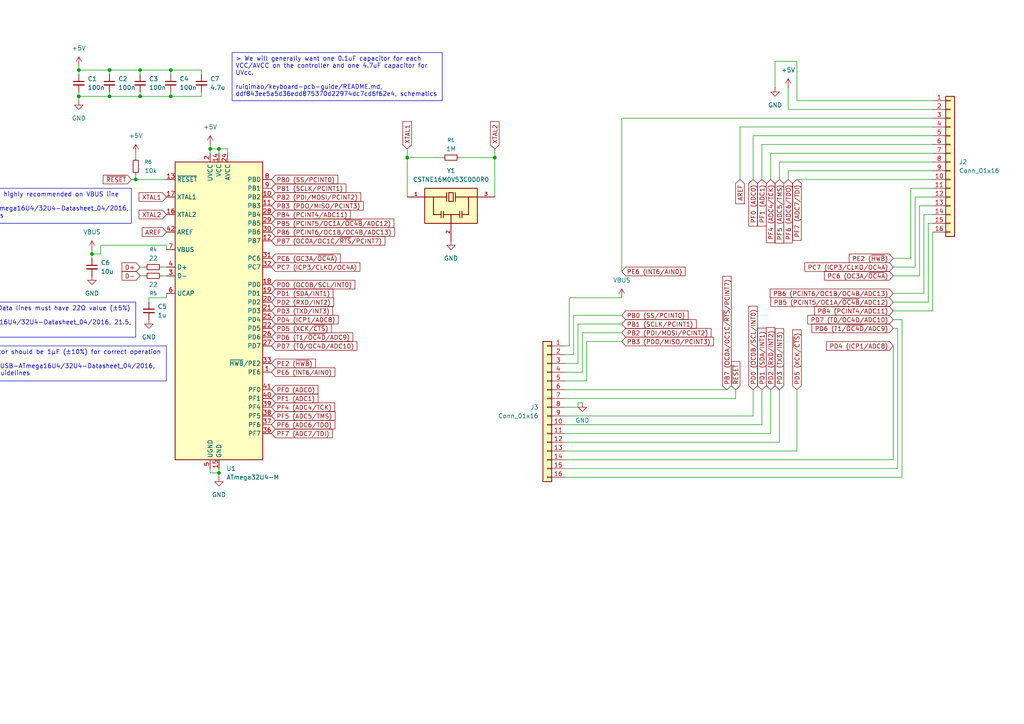
<source format=kicad_sch>
(kicad_sch (version 20250114) (generator "eeschema") (generator_version "9.0")
  (paper "A4")
  (lib_symbols
    (symbol "CSTNE16M0V53C000R0:CSTNE16M0V53C000R0" (pin_names (offset 1.016))
      (property "Reference" "Y" (at -7.62 6.35 0))
      (property "Value" "CSTNE16M0V53C000R0" (at 1.27 -6.35 0))
      (symbol "CSTNE16M0V53C000R0_0_0"
        (polyline (pts (xy -7.62 2.54) (xy -5.08 2.54)) (stroke (width 0.254)))
        (rectangle (start -7.62 -5.08) (end 7.62 5.08) (stroke (width 0.254)) (fill (type background)))
        (polyline (pts (xy -5.08 2.54) (xy -1.27 2.54)) (stroke (width 0.254)))
        (polyline (pts (xy -5.08 -2.54) (xy -5.08 2.54)) (stroke (width 0.254)))
        (polyline (pts (xy -2.8575 -1.5875) (xy -2.8575 -2.54)) (stroke (width 0.254)))
        (polyline (pts (xy -2.8575 -2.54) (xy -5.08 -2.54)) (stroke (width 0.254)))
        (polyline (pts (xy -2.8575 -2.54) (xy -2.8575 -3.4925)) (stroke (width 0.254)))
        (polyline (pts (xy -2.2225 -1.5875) (xy -2.2225 -2.54)) (stroke (width 0.254)))
        (polyline (pts (xy -2.2225 -2.54) (xy -2.2225 -3.4925)) (stroke (width 0.254)))
        (polyline (pts (xy -1.27 3.81) (xy -1.27 2.54)) (stroke (width 0.254)))
        (polyline (pts (xy -1.27 2.54) (xy -1.27 1.27)) (stroke (width 0.254)))
        (polyline (pts (xy -0.635 3.81) (xy 0.635 3.81)) (stroke (width 0.254)))
        (polyline (pts (xy -0.635 1.27) (xy -0.635 3.81)) (stroke (width 0.254)))
        (polyline (pts (xy 0 -2.54) (xy -2.2225 -2.54)) (stroke (width 0.254)))
        (polyline (pts (xy 0 -2.54) (xy 2.54 -2.54)) (stroke (width 0.254)))
        (polyline (pts (xy 0 -5.08) (xy 0 -2.54)) (stroke (width 0.254)))
        (polyline (pts (xy 0.635 3.81) (xy 0.635 1.27)) (stroke (width 0.254)))
        (polyline (pts (xy 0.635 1.27) (xy -0.635 1.27)) (stroke (width 0.254)))
        (polyline (pts (xy 1.27 3.81) (xy 1.27 2.54)) (stroke (width 0.254)))
        (polyline (pts (xy 1.27 2.54) (xy 1.27 1.27)) (stroke (width 0.254)))
        (polyline (pts (xy 1.27 2.54) (xy 5.08 2.54)) (stroke (width 0.254)))
        (polyline (pts (xy 2.54 -1.5875) (xy 2.54 -2.54)) (stroke (width 0.254)))
        (polyline (pts (xy 2.54 -2.54) (xy 2.54 -3.4925)) (stroke (width 0.254)))
        (polyline (pts (xy 3.175 -1.5875) (xy 3.175 -2.54)) (stroke (width 0.254)))
        (polyline (pts (xy 3.175 -2.54) (xy 3.175 -3.4925)) (stroke (width 0.254)))
        (polyline (pts (xy 3.175 -2.54) (xy 5.08 -2.54)) (stroke (width 0.254)))
        (polyline (pts (xy 5.08 2.54) (xy 7.62 2.54)) (stroke (width 0.254)))
        (polyline (pts (xy 5.08 -2.54) (xy 5.08 2.54)) (stroke (width 0.254)))
        (pin input line (at -12.7 2.54 0) (length 5.08) (name "~") (number "1"))
        (pin power_in line (at 0 -10.16 90) (length 5.08) (name "~") (number "2"))
        (pin output line (at 12.7 2.54 180) (length 5.08) (name "~") (number "3"))
      )
    )
    (symbol "Connector:USB_C_Receptacle_USB2.0_16P" (pin_names (offset 1.016))
      (property "Reference" "J" (at 0 22.225 0))
      (property "Value" "USB_C_Receptacle_USB2.0_16P" (at 0 19.685 0))
      (symbol "USB_C_Receptacle_USB2.0_16P_0_0"
        (rectangle (start -0.254 -17.78) (end 0.254 -16.764))
        (rectangle (start 10.16 15.494) (end 9.144 14.986))
        (rectangle (start 10.16 10.414) (end 9.144 9.906))
        (rectangle (start 10.16 7.874) (end 9.144 7.366))
        (rectangle (start 10.16 2.794) (end 9.144 2.286))
        (rectangle (start 10.16 0.254) (end 9.144 -0.254))
        (rectangle (start 10.16 -2.286) (end 9.144 -2.794))
        (rectangle (start 10.16 -4.826) (end 9.144 -5.334))
        (rectangle (start 10.16 -12.446) (end 9.144 -12.954))
        (rectangle (start 10.16 -14.986) (end 9.144 -15.494))
      )
      (symbol "USB_C_Receptacle_USB2.0_16P_0_1"
        (rectangle (start -10.16 17.78) (end 10.16 -17.78) (stroke (width 0.254)) (fill (type background)))
        (polyline (pts (xy -8.89 -3.81) (xy -8.89 3.81)) (stroke (width 0.508)))
        (rectangle (start -7.62 -3.81) (end -6.35 3.81) (stroke (width 0.254)) (fill (type outline)))
        (arc (start -7.62 3.81) (mid -6.985 4.4423) (end -6.35 3.81) (stroke (width 0.254)))
        (arc (start -7.62 3.81) (mid -6.985 4.4423) (end -6.35 3.81) (stroke (width 0.254)) (fill (type outline)))
        (arc (start -8.89 3.81) (mid -6.985 5.7067) (end -5.08 3.81) (stroke (width 0.508)))
        (arc (start -5.08 -3.81) (mid -6.985 -5.7067) (end -8.89 -3.81) (stroke (width 0.508)))
        (arc (start -6.35 -3.81) (mid -6.985 -4.4423) (end -7.62 -3.81) (stroke (width 0.254)))
        (arc (start -6.35 -3.81) (mid -6.985 -4.4423) (end -7.62 -3.81) (stroke (width 0.254)) (fill (type outline)))
        (polyline (pts (xy -5.08 3.81) (xy -5.08 -3.81)) (stroke (width 0.508)))
        (circle (center -2.54 1.143) (radius 0.635) (stroke (width 0.254)) (fill (type outline)))
        (polyline (pts (xy -1.27 4.318) (xy 0 6.858) (xy 1.27 4.318) (xy -1.27 4.318)) (stroke (width 0.254)) (fill (type outline)))
        (polyline (pts (xy 0 -2.032) (xy 2.54 0.508) (xy 2.54 1.778)) (stroke (width 0.508)))
        (polyline (pts (xy 0 -3.302) (xy -2.54 -0.762) (xy -2.54 0.508)) (stroke (width 0.508)))
        (polyline (pts (xy 0 -5.842) (xy 0 4.318)) (stroke (width 0.508)))
        (circle (center 0 -5.842) (radius 1.27) (fill (type outline)))
        (rectangle (start 1.905 1.778) (end 3.175 3.048) (stroke (width 0.254)) (fill (type outline)))
      )
      (symbol "USB_C_Receptacle_USB2.0_16P_1_1"
        (pin passive line (at -7.62 -22.86 90) (length 5.08) (name "SHIELD") (number "S1"))
        (pin passive line (at 0 -22.86 90) (length 5.08) (name "GND") (number "A1"))
        (pin passive line (at 0 -22.86 90) (length 5.08) (hide yes) (name "GND") (number "A12"))
        (pin passive line (at 0 -22.86 90) (length 5.08) (hide yes) (name "GND") (number "B1"))
        (pin passive line (at 0 -22.86 90) (length 5.08) (hide yes) (name "GND") (number "B12"))
        (pin passive line (at 15.24 15.24 180) (length 5.08) (name "VBUS") (number "A4"))
        (pin passive line (at 15.24 15.24 180) (length 5.08) (hide yes) (name "VBUS") (number "A9"))
        (pin passive line (at 15.24 15.24 180) (length 5.08) (hide yes) (name "VBUS") (number "B4"))
        (pin passive line (at 15.24 15.24 180) (length 5.08) (hide yes) (name "VBUS") (number "B9"))
        (pin bidirectional line (at 15.24 10.16 180) (length 5.08) (name "CC1") (number "A5"))
        (pin bidirectional line (at 15.24 7.62 180) (length 5.08) (name "CC2") (number "B5"))
        (pin bidirectional line (at 15.24 2.54 180) (length 5.08) (name "D-") (number "A7"))
        (pin bidirectional line (at 15.24 0 180) (length 5.08) (name "D-") (number "B7"))
        (pin bidirectional line (at 15.24 -2.54 180) (length 5.08) (name "D+") (number "A6"))
        (pin bidirectional line (at 15.24 -5.08 180) (length 5.08) (name "D+") (number "B6"))
        (pin bidirectional line (at 15.24 -12.7 180) (length 5.08) (name "SBU1") (number "A8"))
        (pin bidirectional line (at 15.24 -15.24 180) (length 5.08) (name "SBU2") (number "B8"))
      )
    )
    (symbol "Connector_Generic:Conn_01x16" (pin_names (offset 1.016) (hide yes))
      (property "Reference" "J" (at 0 20.32 0))
      (property "Value" "Conn_01x16" (at 0 -22.86 0))
      (symbol "Conn_01x16_1_1"
        (rectangle (start -1.27 19.05) (end 1.27 -21.59) (stroke (width 0.254)) (fill (type background)))
        (rectangle (start -1.27 17.907) (end 0 17.653) (stroke (width 0.1524)))
        (rectangle (start -1.27 15.367) (end 0 15.113) (stroke (width 0.1524)))
        (rectangle (start -1.27 12.827) (end 0 12.573) (stroke (width 0.1524)))
        (rectangle (start -1.27 10.287) (end 0 10.033) (stroke (width 0.1524)))
        (rectangle (start -1.27 7.747) (end 0 7.493) (stroke (width 0.1524)))
        (rectangle (start -1.27 5.207) (end 0 4.953) (stroke (width 0.1524)))
        (rectangle (start -1.27 2.667) (end 0 2.413) (stroke (width 0.1524)))
        (rectangle (start -1.27 0.127) (end 0 -0.127) (stroke (width 0.1524)))
        (rectangle (start -1.27 -2.413) (end 0 -2.667) (stroke (width 0.1524)))
        (rectangle (start -1.27 -4.953) (end 0 -5.207) (stroke (width 0.1524)))
        (rectangle (start -1.27 -7.493) (end 0 -7.747) (stroke (width 0.1524)))
        (rectangle (start -1.27 -10.033) (end 0 -10.287) (stroke (width 0.1524)))
        (rectangle (start -1.27 -12.573) (end 0 -12.827) (stroke (width 0.1524)))
        (rectangle (start -1.27 -15.113) (end 0 -15.367) (stroke (width 0.1524)))
        (rectangle (start -1.27 -17.653) (end 0 -17.907) (stroke (width 0.1524)))
        (rectangle (start -1.27 -20.193) (end 0 -20.447) (stroke (width 0.1524)))
        (pin passive line (at -5.08 17.78 0) (length 3.81) (name "Pin_1") (number "1"))
        (pin passive line (at -5.08 15.24 0) (length 3.81) (name "Pin_2") (number "2"))
        (pin passive line (at -5.08 12.7 0) (length 3.81) (name "Pin_3") (number "3"))
        (pin passive line (at -5.08 10.16 0) (length 3.81) (name "Pin_4") (number "4"))
        (pin passive line (at -5.08 7.62 0) (length 3.81) (name "Pin_5") (number "5"))
        (pin passive line (at -5.08 5.08 0) (length 3.81) (name "Pin_6") (number "6"))
        (pin passive line (at -5.08 2.54 0) (length 3.81) (name "Pin_7") (number "7"))
        (pin passive line (at -5.08 0 0) (length 3.81) (name "Pin_8") (number "8"))
        (pin passive line (at -5.08 -2.54 0) (length 3.81) (name "Pin_9") (number "9"))
        (pin passive line (at -5.08 -5.08 0) (length 3.81) (name "Pin_10") (number "10"))
        (pin passive line (at -5.08 -7.62 0) (length 3.81) (name "Pin_11") (number "11"))
        (pin passive line (at -5.08 -10.16 0) (length 3.81) (name "Pin_12") (number "12"))
        (pin passive line (at -5.08 -12.7 0) (length 3.81) (name "Pin_13") (number "13"))
        (pin passive line (at -5.08 -15.24 0) (length 3.81) (name "Pin_14") (number "14"))
        (pin passive line (at -5.08 -17.78 0) (length 3.81) (name "Pin_15") (number "15"))
        (pin passive line (at -5.08 -20.32 0) (length 3.81) (name "Pin_16") (number "16"))
      )
    )
    (symbol "Device:C_Small" (pin_numbers (hide yes)) (pin_names (offset 0.254) (hide yes))
      (property "Reference" "C" (at 0.254 1.778 0))
      (property "Value" "C_Small" (at 0.254 -2.032 0))
      (symbol "C_Small_0_1"
        (polyline (pts (xy -1.524 0.508) (xy 1.524 0.508)) (stroke (width 0.3048)))
        (polyline (pts (xy -1.524 -0.508) (xy 1.524 -0.508)) (stroke (width 0.3302)))
      )
      (symbol "C_Small_1_1"
        (pin passive line (at 0 2.54 270) (length 2.032) (name "~") (number "1"))
        (pin passive line (at 0 -2.54 90) (length 2.032) (name "~") (number "2"))
      )
    )
    (symbol "Device:R_Small" (pin_numbers (hide yes)) (pin_names (offset 0.254) (hide yes))
      (property "Reference" "R" (at 0 0 90))
      (property "Value" "R_Small" (at 1.778 0 90))
      (symbol "R_Small_0_1"
        (rectangle (start -0.762 1.778) (end 0.762 -1.778) (stroke (width 0.2032)))
      )
      (symbol "R_Small_1_1"
        (pin passive line (at 0 2.54 270) (length 0.762) (name "~") (number "1"))
        (pin passive line (at 0 -2.54 90) (length 0.762) (name "~") (number "2"))
      )
    )
    (symbol "MCU_Microchip_ATmega:ATmega32U4-M"
      (property "Reference" "U" (at -12.7 44.45 0))
      (property "Value" "ATmega32U4-M" (at 2.54 -44.45 0))
      (symbol "ATmega32U4-M_0_1"
        (rectangle (start -12.7 -43.18) (end 12.7 43.18) (stroke (width 0.254)) (fill (type background)))
      )
      (symbol "ATmega32U4-M_1_1"
        (pin input line (at -15.24 38.1 0) (length 2.54) (name "~{RESET}") (number "13"))
        (pin input line (at -15.24 33.02 0) (length 2.54) (name "XTAL1") (number "17"))
        (pin output line (at -15.24 27.94 0) (length 2.54) (name "XTAL2") (number "16"))
        (pin passive line (at -15.24 22.86 0) (length 2.54) (name "AREF") (number "42"))
        (pin input line (at -15.24 17.78 0) (length 2.54) (name "VBUS") (number "7"))
        (pin bidirectional line (at -15.24 12.7 0) (length 2.54) (name "D+") (number "4"))
        (pin bidirectional line (at -15.24 10.16 0) (length 2.54) (name "D-") (number "3"))
        (pin passive line (at -15.24 5.08 0) (length 2.54) (name "UCAP") (number "6"))
        (pin power_in line (at -2.54 45.72 270) (length 2.54) (name "UVCC") (number "2"))
        (pin passive line (at -2.54 -45.72 90) (length 2.54) (name "UGND") (number "5"))
        (pin power_in line (at 0 45.72 270) (length 2.54) (name "VCC") (number "14"))
        (pin passive line (at 0 45.72 270) (length 2.54) (hide yes) (name "VCC") (number "34"))
        (pin power_in line (at 0 -45.72 90) (length 2.54) (name "GND") (number "15"))
        (pin passive line (at 0 -45.72 90) (length 2.54) (hide yes) (name "GND") (number "23"))
        (pin passive line (at 0 -45.72 90) (length 2.54) (hide yes) (name "GND") (number "35"))
        (pin passive line (at 0 -45.72 90) (length 2.54) (hide yes) (name "GND") (number "43"))
        (pin passive line (at 0 -45.72 90) (length 2.54) (hide yes) (name "GND") (number "45"))
        (pin power_in line (at 2.54 45.72 270) (length 2.54) (name "AVCC") (number "24"))
        (pin passive line (at 2.54 45.72 270) (length 2.54) (hide yes) (name "AVCC") (number "44"))
        (pin bidirectional line (at 15.24 38.1 180) (length 2.54) (name "PB0") (number "8"))
        (pin bidirectional line (at 15.24 35.56 180) (length 2.54) (name "PB1") (number "9"))
        (pin bidirectional line (at 15.24 33.02 180) (length 2.54) (name "PB2") (number "10"))
        (pin bidirectional line (at 15.24 30.48 180) (length 2.54) (name "PB3") (number "11"))
        (pin bidirectional line (at 15.24 27.94 180) (length 2.54) (name "PB4") (number "28"))
        (pin bidirectional line (at 15.24 25.4 180) (length 2.54) (name "PB5") (number "29"))
        (pin bidirectional line (at 15.24 22.86 180) (length 2.54) (name "PB6") (number "30"))
        (pin bidirectional line (at 15.24 20.32 180) (length 2.54) (name "PB7") (number "12"))
        (pin bidirectional line (at 15.24 15.24 180) (length 2.54) (name "PC6") (number "31"))
        (pin bidirectional line (at 15.24 12.7 180) (length 2.54) (name "PC7") (number "32"))
        (pin bidirectional line (at 15.24 7.62 180) (length 2.54) (name "PD0") (number "18"))
        (pin bidirectional line (at 15.24 5.08 180) (length 2.54) (name "PD1") (number "19"))
        (pin bidirectional line (at 15.24 2.54 180) (length 2.54) (name "PD2") (number "20"))
        (pin bidirectional line (at 15.24 0 180) (length 2.54) (name "PD3") (number "21"))
        (pin bidirectional line (at 15.24 -2.54 180) (length 2.54) (name "PD4") (number "25"))
        (pin bidirectional line (at 15.24 -5.08 180) (length 2.54) (name "PD5") (number "22"))
        (pin bidirectional line (at 15.24 -7.62 180) (length 2.54) (name "PD6") (number "26"))
        (pin bidirectional line (at 15.24 -10.16 180) (length 2.54) (name "PD7") (number "27"))
        (pin bidirectional line (at 15.24 -15.24 180) (length 2.54) (name "~{HWB}/PE2") (number "33"))
        (pin bidirectional line (at 15.24 -17.78 180) (length 2.54) (name "PE6") (number "1"))
        (pin bidirectional line (at 15.24 -22.86 180) (length 2.54) (name "PF0") (number "41"))
        (pin bidirectional line (at 15.24 -25.4 180) (length 2.54) (name "PF1") (number "40"))
        (pin bidirectional line (at 15.24 -27.94 180) (length 2.54) (name "PF4") (number "39"))
        (pin bidirectional line (at 15.24 -30.48 180) (length 2.54) (name "PF5") (number "38"))
        (pin bidirectional line (at 15.24 -33.02 180) (length 2.54) (name "PF6") (number "37"))
        (pin bidirectional line (at 15.24 -35.56 180) (length 2.54) (name "PF7") (number "36"))
      )
    )
    (symbol "power:+5V" (power) (pin_numbers (hide yes)) (pin_names (offset 0) (hide yes))
      (property "Value" "+5V" (at 0 3.556 0))
      (symbol "+5V_0_1"
        (polyline (pts (xy -0.762 1.27) (xy 0 2.54)))
        (polyline (pts (xy 0 2.54) (xy 0.762 1.27)))
        (polyline (pts (xy 0 0) (xy 0 2.54)))
      )
      (symbol "+5V_1_1"
        (pin power_in line (at 0 0 90) (length 0) (name "~") (number "1"))
      )
    )
    (symbol "power:GND" (power) (pin_numbers (hide yes)) (pin_names (offset 0) (hide yes))
      (property "Value" "GND" (at 0 -3.81 0))
      (symbol "GND_0_1"
        (polyline (pts (xy 0 0) (xy 0 -1.27) (xy 1.27 -1.27) (xy 0 -2.54) (xy -1.27 -1.27) (xy 0 -1.27)))
      )
      (symbol "GND_1_1"
        (pin power_in line (at 0 0 270) (length 0) (name "~") (number "1"))
      )
    )
    (symbol "power:VBUS" (power) (pin_numbers (hide yes)) (pin_names (offset 0) (hide yes))
      (property "Value" "VBUS" (at 0 3.556 0))
      (symbol "VBUS_0_1"
        (polyline (pts (xy -0.762 1.27) (xy 0 2.54)))
        (polyline (pts (xy 0 2.54) (xy 0.762 1.27)))
        (polyline (pts (xy 0 0) (xy 0 2.54)))
      )
      (symbol "VBUS_1_1"
        (pin power_in line (at 0 0 90) (length 0) (name "~") (number "1"))
      )
    )
  )
  (text_box "> A 10µF capacitor is highly recommended on VBUS line\n\nAtmel-7766J-USB-ATmega16U4/32U4-Datasheet_04/2016, 21.5, Design Guidelines" (at -22.86 54.61 0) (size 60.96 10.16) (margins 0.9525 0.9525 0.9525 0.9525) (effects (font (size 1.27 1.27)) (justify left top)))
  (text_box "> U_{cap} capacitor should be 1µF (±10%) for correct operation\n\nAtmel-7766J-USB-ATmega16U4/32U4-Datasheet_04/2016, 21.5, Design Guidelines" (at -15.24 100.33 0) (size 63.5 10.16) (margins 0.9525 0.9525 0.9525 0.9525) (effects (font (size 1.27 1.27)) (justify left top)))
  (text_box "> Serial resistors on USB Data lines must have 22Ω value (±5%)\n\nAtmel-7766J-USB-ATmega16U4/32U4-Datasheet_04/2016, 21.5, Design Guidelines" (at -27.94 87.63 0) (size 67.31 10.16) (margins 0.9525 0.9525 0.9525 0.9525) (effects (font (size 1.27 1.27)) (justify left top)))
  (text_box "> We will generally want one 0.1uF capacitor for each VCC/AVCC on the controller and one 4.7uF capacitor for UVcc.\n\nruiqimao/keyboard-pcb-guide/README.md, ddf843ee5a5d36edd875370d22974dc7cd6f62e4, schematics" (at 67.31 15.24 0) (size 60.96 13.97) (margins 0.9525 0.9525 0.9525 0.9525) (effects (font (size 1.27 1.27)) (justify left top)))
  (junction (at 49.53 20.32))
  (junction (at 22.86 20.32))
  (junction (at 118.11 45.72))
  (junction (at 31.75 27.94))
  (junction (at 40.64 20.32))
  (junction (at 49.53 27.94))
  (junction (at 143.51 45.72))
  (junction (at 60.96 43.18))
  (junction (at 39.37 52.07))
  (junction (at -48.26 104.14))
  (junction (at 22.86 27.94))
  (junction (at 40.64 27.94))
  (junction (at -22.86 72.39))
  (junction (at 63.5 43.18))
  (junction (at 26.67 73.66))
  (junction (at 31.75 20.32))
  (junction (at 63.5 137.16))
  (no_connect (at -33.02 92.71))
  (no_connect (at -33.02 95.25))
  (wire (pts (xy 163.83 113.03) (xy 210.82 113.03)))
  (wire (pts (xy 220.98 113.03) (xy 220.98 123.19)))
  (wire (pts (xy -25.4 69.85) (xy -22.86 69.85)))
  (wire (pts (xy 223.52 52.07) (xy 223.52 44.45)))
  (wire (pts (xy 218.44 39.37) (xy 270.51 39.37)))
  (wire (pts (xy 214.63 36.83) (xy 270.51 36.83)))
  (wire (pts (xy 163.83 115.57) (xy 213.36 115.57)))
  (wire (pts (xy -33.02 85.09) (xy -31.75 85.09)))
  (wire (pts (xy 143.51 43.18) (xy 143.51 45.72)))
  (wire (pts (xy 163.83 120.65) (xy 218.44 120.65)))
  (wire (pts (xy -30.48 62.23) (xy -30.48 64.77)))
  (wire (pts (xy 231.14 17.78) (xy 224.79 17.78)))
  (wire (pts (xy 259.08 77.47) (xy 265.43 77.47)))
  (wire (pts (xy 143.51 45.72) (xy 143.51 57.15)))
  (wire (pts (xy 58.42 21.59) (xy 58.42 20.32)))
  (wire (pts (xy 231.14 52.07) (xy 270.51 52.07)))
  (wire (pts (xy 167.64 93.98) (xy 167.64 105.41)))
  (wire (pts (xy 264.16 54.61) (xy 264.16 74.93)))
  (wire (pts (xy 163.83 133.35) (xy 259.08 133.35)))
  (wire (pts (xy 165.1 86.36) (xy 165.1 100.33)))
  (wire (pts (xy -30.48 64.77) (xy -33.02 64.77)))
  (wire (pts (xy -33.02 77.47) (xy -31.75 77.47)))
  (wire (pts (xy 40.64 20.32) (xy 40.64 21.59)))
  (wire (pts (xy 270.51 57.15) (xy 265.43 57.15)))
  (wire (pts (xy -31.75 77.47) (xy -31.75 80.01)))
  (wire (pts (xy 46.99 80.01) (xy 48.26 80.01)))
  (wire (pts (xy 218.44 113.03) (xy 218.44 120.65)))
  (wire (pts (xy 270.51 64.77) (xy 269.24 64.77)))
  (wire (pts (xy 259.08 95.25) (xy 260.35 95.25)))
  (wire (pts (xy 49.53 26.67) (xy 49.53 27.94)))
  (wire (pts (xy 167.64 105.41) (xy 163.83 105.41)))
  (wire (pts (xy 259.08 92.71) (xy 261.62 92.71)))
  (wire (pts (xy 261.62 138.43) (xy 163.83 138.43)))
  (wire (pts (xy 259.08 85.09) (xy 267.97 85.09)))
  (wire (pts (xy 259.08 90.17) (xy 270.51 90.17)))
  (wire (pts (xy 66.04 43.18) (xy 63.5 43.18)))
  (wire (pts (xy 223.52 113.03) (xy 223.52 125.73)))
  (wire (pts (xy 29.21 71.12) (xy 29.21 73.66)))
  (wire (pts (xy 40.64 27.94) (xy 31.75 27.94)))
  (wire (pts (xy 22.86 20.32) (xy 22.86 21.59)))
  (wire (pts (xy 48.26 71.12) (xy 48.26 72.39)))
  (wire (pts (xy 39.37 52.07) (xy 48.26 52.07)))
  (wire (pts (xy 118.11 43.18) (xy 118.11 45.72)))
  (wire (pts (xy 40.64 26.67) (xy 40.64 27.94)))
  (wire (pts (xy 264.16 74.93) (xy 259.08 74.93)))
  (wire (pts (xy 63.5 137.16) (xy 63.5 138.43)))
  (wire (pts (xy 270.51 67.31) (xy 270.51 90.17)))
  (wire (pts (xy 43.18 86.36) (xy 43.18 87.63)))
  (wire (pts (xy 168.91 96.52) (xy 168.91 107.95)))
  (wire (pts (xy 163.83 123.19) (xy 220.98 123.19)))
  (wire (pts (xy 228.6 25.4) (xy 228.6 31.75)))
  (wire (pts (xy 40.64 77.47) (xy 41.91 77.47)))
  (wire (pts (xy 26.67 73.66) (xy 26.67 74.93)))
  (wire (pts (xy 60.96 135.89) (xy 60.96 137.16)))
  (wire (pts (xy 226.06 113.03) (xy 226.06 128.27)))
  (wire (pts (xy 63.5 135.89) (xy 63.5 137.16)))
  (wire (pts (xy 66.04 44.45) (xy 66.04 43.18)))
  (wire (pts (xy 58.42 27.94) (xy 49.53 27.94)))
  (wire (pts (xy 31.75 20.32) (xy 31.75 21.59)))
  (wire (pts (xy 226.06 52.07) (xy 226.06 46.99)))
  (wire (pts (xy -22.86 69.85) (xy -22.86 72.39)))
  (wire (pts (xy -25.4 72.39) (xy -22.86 72.39)))
  (wire (pts (xy 22.86 19.05) (xy 22.86 20.32)))
  (wire (pts (xy 214.63 36.83) (xy 214.63 52.07)))
  (wire (pts (xy 58.42 20.32) (xy 49.53 20.32)))
  (wire (pts (xy 163.83 128.27) (xy 226.06 128.27)))
  (wire (pts (xy 228.6 31.75) (xy 270.51 31.75)))
  (wire (pts (xy 31.75 27.94) (xy 22.86 27.94)))
  (wire (pts (xy 38.1 52.07) (xy 39.37 52.07)))
  (wire (pts (xy 60.96 137.16) (xy 63.5 137.16)))
  (wire (pts (xy 63.5 44.45) (xy 63.5 43.18)))
  (wire (pts (xy -33.02 72.39) (xy -30.48 72.39)))
  (wire (pts (xy 180.34 34.29) (xy 180.34 78.74)))
  (wire (pts (xy -33.02 82.55) (xy -31.75 82.55)))
  (wire (pts (xy 224.79 17.78) (xy 224.79 25.4)))
  (wire (pts (xy 231.14 29.21) (xy 231.14 17.78)))
  (wire (pts (xy -55.88 104.14) (xy -48.26 104.14)))
  (wire (pts (xy 163.83 130.81) (xy 231.14 130.81)))
  (wire (pts (xy 48.26 71.12) (xy 29.21 71.12)))
  (wire (pts (xy -31.75 82.55) (xy -31.75 85.09)))
  (wire (pts (xy 60.96 43.18) (xy 60.96 44.45)))
  (wire (pts (xy 118.11 45.72) (xy 128.27 45.72)))
  (wire (pts (xy 180.34 91.44) (xy 166.37 91.44)))
  (wire (pts (xy 167.64 116.84) (xy 168.91 116.84)))
  (wire (pts (xy 180.34 86.36) (xy 165.1 86.36)))
  (wire (pts (xy 269.24 64.77) (xy 269.24 87.63)))
  (wire (pts (xy 166.37 102.87) (xy 163.83 102.87)))
  (wire (pts (xy 213.36 113.03) (xy 213.36 115.57)))
  (wire (pts (xy 29.21 73.66) (xy 26.67 73.66)))
  (wire (pts (xy 266.7 59.69) (xy 266.7 80.01)))
  (wire (pts (xy -33.02 69.85) (xy -30.48 69.85)))
  (wire (pts (xy 260.35 95.25) (xy 260.35 135.89)))
  (wire (pts (xy 63.5 43.18) (xy 60.96 43.18)))
  (wire (pts (xy 267.97 62.23) (xy 267.97 85.09)))
  (wire (pts (xy 60.96 41.91) (xy 60.96 43.18)))
  (wire (pts (xy 31.75 20.32) (xy 22.86 20.32)))
  (wire (pts (xy 167.64 118.11) (xy 167.64 116.84)))
  (wire (pts (xy 259.08 80.01) (xy 266.7 80.01)))
  (wire (pts (xy 39.37 44.45) (xy 39.37 45.72)))
  (wire (pts (xy 180.34 99.06) (xy 170.18 99.06)))
  (wire (pts (xy 48.26 86.36) (xy 43.18 86.36)))
  (wire (pts (xy 49.53 27.94) (xy 40.64 27.94)))
  (wire (pts (xy 170.18 110.49) (xy 163.83 110.49)))
  (wire (pts (xy 180.34 34.29) (xy 270.51 34.29)))
  (wire (pts (xy 259.08 100.33) (xy 259.08 133.35)))
  (wire (pts (xy 133.35 45.72) (xy 143.51 45.72)))
  (wire (pts (xy 180.34 93.98) (xy 167.64 93.98)))
  (wire (pts (xy 40.64 80.01) (xy 41.91 80.01)))
  (wire (pts (xy 22.86 29.21) (xy 22.86 27.94)))
  (wire (pts (xy -55.88 102.87) (xy -55.88 104.14)))
  (wire (pts (xy 270.51 29.21) (xy 231.14 29.21)))
  (wire (pts (xy 226.06 46.99) (xy 270.51 46.99)))
  (wire (pts (xy 261.62 92.71) (xy 261.62 138.43)))
  (wire (pts (xy 166.37 91.44) (xy 166.37 102.87)))
  (wire (pts (xy 46.99 77.47) (xy 48.26 77.47)))
  (wire (pts (xy 220.98 52.07) (xy 220.98 41.91)))
  (wire (pts (xy 270.51 59.69) (xy 266.7 59.69)))
  (wire (pts (xy -22.86 73.66) (xy -22.86 72.39)))
  (wire (pts (xy 49.53 20.32) (xy 40.64 20.32)))
  (wire (pts (xy -48.26 102.87) (xy -48.26 104.14)))
  (wire (pts (xy 180.34 96.52) (xy 168.91 96.52)))
  (wire (pts (xy 228.6 49.53) (xy 270.51 49.53)))
  (wire (pts (xy 163.83 135.89) (xy 260.35 135.89)))
  (wire (pts (xy 228.6 49.53) (xy 228.6 52.07)))
  (wire (pts (xy 31.75 26.67) (xy 31.75 27.94)))
  (wire (pts (xy 259.08 87.63) (xy 269.24 87.63)))
  (wire (pts (xy -48.26 104.14) (xy -48.26 105.41)))
  (wire (pts (xy 220.98 41.91) (xy 270.51 41.91)))
  (wire (pts (xy 270.51 54.61) (xy 264.16 54.61)))
  (wire (pts (xy 165.1 100.33) (xy 163.83 100.33)))
  (wire (pts (xy 26.67 72.39) (xy 26.67 73.66)))
  (wire (pts (xy 170.18 99.06) (xy 170.18 110.49)))
  (wire (pts (xy -33.02 80.01) (xy -31.75 80.01)))
  (wire (pts (xy 265.43 57.15) (xy 265.43 77.47)))
  (wire (pts (xy 223.52 44.45) (xy 270.51 44.45)))
  (wire (pts (xy 49.53 20.32) (xy 49.53 21.59)))
  (wire (pts (xy 218.44 52.07) (xy 218.44 39.37)))
  (wire (pts (xy 58.42 26.67) (xy 58.42 27.94)))
  (wire (pts (xy 39.37 50.8) (xy 39.37 52.07)))
  (wire (pts (xy 163.83 125.73) (xy 223.52 125.73)))
  (wire (pts (xy 163.83 118.11) (xy 167.64 118.11)))
  (wire (pts (xy 22.86 27.94) (xy 22.86 26.67)))
  (wire (pts (xy 231.14 113.03) (xy 231.14 130.81)))
  (wire (pts (xy 270.51 62.23) (xy 267.97 62.23)))
  (wire (pts (xy 40.64 20.32) (xy 31.75 20.32)))
  (wire (pts (xy 168.91 107.95) (xy 163.83 107.95)))
  (wire (pts (xy 48.26 86.36) (xy 48.26 85.09)))
  (wire (pts (xy 118.11 45.72) (xy 118.11 57.15)))
  (global_label "PB4 (PCINT4{slash}ADC11)" (shape input) (at 78.74 62.23 0) (property "Intersheetrefs" "${INTERSHEET_REFS}" (effects (hide yes))))
  (global_label "PE6 (INT6{slash}AIN0)" (shape input) (at 78.74 107.95 0) (property "Intersheetrefs" "${INTERSHEET_REFS}" (effects (hide yes))))
  (global_label "PF5 (ADC5{slash}TMS)" (shape input) (at 78.74 120.65 0) (property "Intersheetrefs" "${INTERSHEET_REFS}" (effects (hide yes))))
  (global_label "~{RESET}" (shape input) (at 38.1 52.07 180) (property "Intersheetrefs" "${INTERSHEET_REFS}" (effects (hide yes))))
  (global_label "PD5 (XCK{slash}~{CTS})" (shape input) (at 78.74 95.25 0) (property "Intersheetrefs" "${INTERSHEET_REFS}" (effects (hide yes))))
  (global_label "PD1 (SDA{slash}INT1)" (shape input) (at 78.74 85.09 0) (property "Intersheetrefs" "${INTERSHEET_REFS}" (effects (hide yes))))
  (global_label "PF7 (ADC7{slash}TDI)" (shape input) (at 231.14 52.07 270) (property "Intersheetrefs" "${INTERSHEET_REFS}" (effects (hide yes))))
  (global_label "PB7 (OC0A{slash}OC1C{slash}~{RTS}{slash}PCINT7)" (shape input) (at 210.82 113.03 90) (property "Intersheetrefs" "${INTERSHEET_REFS}" (effects (hide yes))))
  (global_label "PB2 (PDI{slash}MOSI{slash}PCINT2)" (shape input) (at 78.74 57.15 0) (property "Intersheetrefs" "${INTERSHEET_REFS}" (effects (hide yes))))
  (global_label "PD2 (RXD{slash}INT2)" (shape input) (at 78.74 87.63 0) (property "Intersheetrefs" "${INTERSHEET_REFS}" (effects (hide yes))))
  (global_label "PB5 (PCINT5{slash}OC1A{slash}~{OC4B}{slash}ADC12)" (shape input) (at 259.08 87.63 180) (property "Intersheetrefs" "${INTERSHEET_REFS}" (effects (hide yes))))
  (global_label "PB2 (PDI{slash}MOSI{slash}PCINT2)" (shape input) (at 180.34 96.52 0) (property "Intersheetrefs" "${INTERSHEET_REFS}" (effects (hide yes))))
  (global_label "PB3 (PDO{slash}MISO{slash}PCINT3)" (shape input) (at 78.74 59.69 0) (property "Intersheetrefs" "${INTERSHEET_REFS}" (effects (hide yes))))
  (global_label "PC6 (OC3A{slash}~{OC4A})" (shape input) (at 259.08 80.01 180) (property "Intersheetrefs" "${INTERSHEET_REFS}" (effects (hide yes))))
  (global_label "PB5 (PCINT5{slash}OC1A{slash}~{OC4B}{slash}ADC12)" (shape input) (at 78.74 64.77 0) (property "Intersheetrefs" "${INTERSHEET_REFS}" (effects (hide yes))))
  (global_label "D-" (shape input) (at 40.64 80.01 180) (property "Intersheetrefs" "${INTERSHEET_REFS}" (effects (hide yes))))
  (global_label "XTAL2" (shape input) (at 48.26 62.23 180) (property "Intersheetrefs" "${INTERSHEET_REFS}" (effects (hide yes))))
  (global_label "PD7 (T0{slash}OC4D{slash}ADC10)" (shape input) (at 78.74 100.33 0) (property "Intersheetrefs" "${INTERSHEET_REFS}" (effects (hide yes))))
  (global_label "PD6 (T1{slash}~{OC4D}{slash}ADC9)" (shape input) (at 259.08 95.25 180) (property "Intersheetrefs" "${INTERSHEET_REFS}" (effects (hide yes))))
  (global_label "PF1 (ADC1)" (shape input) (at 78.74 115.57 0) (property "Intersheetrefs" "${INTERSHEET_REFS}" (effects (hide yes))))
  (global_label "PE2 (~{HWB})" (shape input) (at 259.08 74.93 180) (property "Intersheetrefs" "${INTERSHEET_REFS}" (effects (hide yes))))
  (global_label "PF0 (ADC0)" (shape input) (at 78.74 113.03 0) (property "Intersheetrefs" "${INTERSHEET_REFS}" (effects (hide yes))))
  (global_label "D+" (shape input) (at -31.75 83.82 0) (property "Intersheetrefs" "${INTERSHEET_REFS}" (effects (hide yes))))
  (global_label "PD5 (XCK{slash}~{CTS})" (shape input) (at 231.14 113.03 90) (property "Intersheetrefs" "${INTERSHEET_REFS}" (effects (hide yes))))
  (global_label "PF5 (ADC5{slash}TMS)" (shape input) (at 226.06 52.07 270) (property "Intersheetrefs" "${INTERSHEET_REFS}" (effects (hide yes))))
  (global_label "PF6 (ADC6{slash}TDO)" (shape input) (at 78.74 123.19 0) (property "Intersheetrefs" "${INTERSHEET_REFS}" (effects (hide yes))))
  (global_label "PD4 (ICP1{slash}ADC8)" (shape input) (at 259.08 100.33 180) (property "Intersheetrefs" "${INTERSHEET_REFS}" (effects (hide yes))))
  (global_label "PF7 (ADC7{slash}TDI)" (shape input) (at 78.74 125.73 0) (property "Intersheetrefs" "${INTERSHEET_REFS}" (effects (hide yes))))
  (global_label "~{RESET}" (shape input) (at 213.36 113.03 90) (property "Intersheetrefs" "${INTERSHEET_REFS}" (effects (hide yes))))
  (global_label "D-" (shape input) (at -31.75 80.01 0) (property "Intersheetrefs" "${INTERSHEET_REFS}" (effects (hide yes))))
  (global_label "PB7 (OC0A{slash}OC1C{slash}~{RTS}{slash}PCINT7)" (shape input) (at 78.74 69.85 0) (property "Intersheetrefs" "${INTERSHEET_REFS}" (effects (hide yes))))
  (global_label "PE2 (~{HWB})" (shape input) (at 78.74 105.41 0) (property "Intersheetrefs" "${INTERSHEET_REFS}" (effects (hide yes))))
  (global_label "PD0 (OC0B{slash}SCL{slash}INT0)" (shape input) (at 78.74 82.55 0) (property "Intersheetrefs" "${INTERSHEET_REFS}" (effects (hide yes))))
  (global_label "PB6 (PCINT6{slash}OC1B{slash}OC4B{slash}ADC13)" (shape input) (at 259.08 85.09 180) (property "Intersheetrefs" "${INTERSHEET_REFS}" (effects (hide yes))))
  (global_label "PB4 (PCINT4{slash}ADC11)" (shape input) (at 259.08 90.17 180) (property "Intersheetrefs" "${INTERSHEET_REFS}" (effects (hide yes))))
  (global_label "PD3 (TXD{slash}INT3)" (shape input) (at 226.06 113.03 90) (property "Intersheetrefs" "${INTERSHEET_REFS}" (effects (hide yes))))
  (global_label "PD1 (SDA{slash}INT1)" (shape input) (at 220.98 113.03 90) (property "Intersheetrefs" "${INTERSHEET_REFS}" (effects (hide yes))))
  (global_label "PD2 (RXD{slash}INT2)" (shape input) (at 223.52 113.03 90) (property "Intersheetrefs" "${INTERSHEET_REFS}" (effects (hide yes))))
  (global_label "XTAL1" (shape input) (at 48.26 57.15 180) (property "Intersheetrefs" "${INTERSHEET_REFS}" (effects (hide yes))))
  (global_label "AREF" (shape input) (at 48.26 67.31 180) (property "Intersheetrefs" "${INTERSHEET_REFS}" (effects (hide yes))))
  (global_label "PB0 (SS{slash}PCINT0)" (shape input) (at 180.34 91.44 0) (property "Intersheetrefs" "${INTERSHEET_REFS}" (effects (hide yes))))
  (global_label "PF1 (ADC1)" (shape input) (at 220.98 52.07 270) (property "Intersheetrefs" "${INTERSHEET_REFS}" (effects (hide yes))))
  (global_label "PD7 (T0{slash}OC4D{slash}ADC10)" (shape input) (at 259.08 92.71 180) (property "Intersheetrefs" "${INTERSHEET_REFS}" (effects (hide yes))))
  (global_label "PB6 (PCINT6{slash}OC1B{slash}OC4B{slash}ADC13)" (shape input) (at 78.74 67.31 0) (property "Intersheetrefs" "${INTERSHEET_REFS}" (effects (hide yes))))
  (global_label "XTAL1" (shape input) (at 118.11 43.18 90) (property "Intersheetrefs" "${INTERSHEET_REFS}" (effects (hide yes))))
  (global_label "PC7 (ICP3{slash}CLKO{slash}OC4A)" (shape input) (at 259.08 77.47 180) (property "Intersheetrefs" "${INTERSHEET_REFS}" (effects (hide yes))))
  (global_label "PB1 (SCLK{slash}PCINT1)" (shape input) (at 78.74 54.61 0) (property "Intersheetrefs" "${INTERSHEET_REFS}" (effects (hide yes))))
  (global_label "PB0 (SS{slash}PCINT0)" (shape input) (at 78.74 52.07 0) (property "Intersheetrefs" "${INTERSHEET_REFS}" (effects (hide yes))))
  (global_label "XTAL2" (shape input) (at 143.51 43.18 90) (property "Intersheetrefs" "${INTERSHEET_REFS}" (effects (hide yes))))
  (global_label "AREF" (shape input) (at 214.63 52.07 270) (property "Intersheetrefs" "${INTERSHEET_REFS}" (effects (hide yes))))
  (global_label "PC6 (OC3A{slash}~{OC4A})" (shape input) (at 78.74 74.93 0) (property "Intersheetrefs" "${INTERSHEET_REFS}" (effects (hide yes))))
  (global_label "PB3 (PDO{slash}MISO{slash}PCINT3)" (shape input) (at 180.34 99.06 0) (property "Intersheetrefs" "${INTERSHEET_REFS}" (effects (hide yes))))
  (global_label "PF0 (ADC0)" (shape input) (at 218.44 52.07 270) (property "Intersheetrefs" "${INTERSHEET_REFS}" (effects (hide yes))))
  (global_label "PD6 (T1{slash}~{OC4D}{slash}ADC9)" (shape input) (at 78.74 97.79 0) (property "Intersheetrefs" "${INTERSHEET_REFS}" (effects (hide yes))))
  (global_label "PD4 (ICP1{slash}ADC8)" (shape input) (at 78.74 92.71 0) (property "Intersheetrefs" "${INTERSHEET_REFS}" (effects (hide yes))))
  (global_label "D+" (shape input) (at 40.64 77.47 180) (property "Intersheetrefs" "${INTERSHEET_REFS}" (effects (hide yes))))
  (global_label "PC7 (ICP3{slash}CLKO{slash}OC4A)" (shape input) (at 78.74 77.47 0) (property "Intersheetrefs" "${INTERSHEET_REFS}" (effects (hide yes))))
  (global_label "PF4 (ADC4{slash}TCK)" (shape input) (at 78.74 118.11 0) (property "Intersheetrefs" "${INTERSHEET_REFS}" (effects (hide yes))))
  (global_label "PD3 (TXD{slash}INT3)" (shape input) (at 78.74 90.17 0) (property "Intersheetrefs" "${INTERSHEET_REFS}" (effects (hide yes))))
  (global_label "PE6 (INT6{slash}AIN0)" (shape input) (at 180.34 78.74 0) (property "Intersheetrefs" "${INTERSHEET_REFS}" (effects (hide yes))))
  (global_label "PF6 (ADC6{slash}TDO)" (shape input) (at 228.6 52.07 270) (property "Intersheetrefs" "${INTERSHEET_REFS}" (effects (hide yes))))
  (global_label "PF4 (ADC4{slash}TCK)" (shape input) (at 223.52 52.07 270) (property "Intersheetrefs" "${INTERSHEET_REFS}" (effects (hide yes))))
  (global_label "PD0 (OC0B{slash}SCL{slash}INT0)" (shape input) (at 218.44 113.03 90) (property "Intersheetrefs" "${INTERSHEET_REFS}" (effects (hide yes))))
  (global_label "PB1 (SCLK{slash}PCINT1)" (shape input) (at 180.34 93.98 0) (property "Intersheetrefs" "${INTERSHEET_REFS}" (effects (hide yes))))
  (symbol (lib_id "power:GND") (at 130.81 69.85 0) (unit 1)
    (property "Reference" "#PWR01" (effects (hide yes)))
    (property "Value" "GND" (at 130.81 74.93 0))
    (property "Description" "Power symbol creates a global label with name \"GND\" , ground" (effects (hide yes)))
  )
  (symbol (lib_id "power:GND") (at -48.26 105.41 0) (unit 1)
    (property "Reference" "#PWR010" (effects (hide yes)))
    (property "Value" "GND" (at -48.26 110.49 0))
    (property "Description" "Power symbol creates a global label with name \"GND\" , ground" (effects (hide yes)))
  )
  (symbol (lib_id "Device:R_Small") (at 44.45 77.47 90) (unit 1)
    (property "Reference" "R4" (at 44.45 72.39 90) (effects (font (size 1.016 1.016))))
    (property "Value" "22" (at 44.45 74.93 90))
    (property "Footprint" "Resistor_SMD:R_0402_1005Metric" (effects (hide yes)))
    (property "Description" "Resistor, small symbol" (effects (hide yes)))
  )
  (symbol (lib_id "power:+5V") (at 228.6 25.4 0) (unit 1)
    (property "Reference" "#PWR012" (effects (hide yes)))
    (property "Value" "+5V" (at 228.6 20.32 0))
    (property "Description" "Power symbol creates a global label with name \"+5V\"" (effects (hide yes)))
  )
  (symbol (lib_id "power:VBUS") (at -30.48 62.23 0) (unit 1)
    (property "Reference" "#PWR06" (effects (hide yes)))
    (property "Value" "VBUS" (at -30.48 57.15 0))
    (property "Description" "Power symbol creates a global label with name \"VBUS\"" (effects (hide yes)))
  )
  (symbol (lib_id "Device:C_Small") (at 26.67 77.47 0) (unit 1)
    (property "Reference" "C6" (at 29.21 76.2062 0) (effects (justify left)))
    (property "Value" "10u" (at 29.21 78.7462 0) (effects (justify left)))
    (property "Footprint" "Capacitor_SMD:C_0402_1005Metric" (effects (hide yes)))
    (property "Description" "Unpolarized capacitor, small symbol" (effects (hide yes)))
  )
  (symbol (lib_id "power:VBUS") (at 26.67 72.39 0) (unit 1)
    (property "Reference" "#PWR07" (effects (hide yes)))
    (property "Value" "VBUS" (at 26.67 67.31 0))
    (property "Description" "Power symbol creates a global label with name \"VBUS\"" (effects (hide yes)))
  )
  (symbol (lib_id "MCU_Microchip_ATmega:ATmega32U4-M") (at 63.5 90.17 0) (unit 1)
    (property "Reference" "U1" (at 65.6433 135.89 0) (effects (justify left)))
    (property "Value" "ATmega32U4-M" (at 65.6433 138.43 0) (effects (justify left)))
    (property "Footprint" "Package_DFN_QFN:QFN-44-1EP_7x7mm_P0.5mm_EP5.2x5.2mm" (effects (hide yes)))
    (property "Datasheet" "http://ww1.microchip.com/downloads/en/DeviceDoc/Atmel-7766-8-bit-AVR-ATmega16U4-32U4_Datasheet.pdf" (effects (hide yes)))
    (property "Description" "16MHz, 32kB Flash, 2.5kB SRAM, 1kB EEPROM, USB 2.0, QFN-44" (effects (hide yes)))
  )
  (symbol (lib_id "power:GND") (at 168.91 116.84 0) (unit 1)
    (property "Reference" "#PWR016" (effects (hide yes)))
    (property "Value" "GND" (at 168.91 121.92 0))
    (property "Description" "Power symbol creates a global label with name \"GND\" , ground" (effects (hide yes)))
  )
  (symbol (lib_id "Device:C_Small") (at 31.75 24.13 0) (unit 1)
    (property "Reference" "C2" (at 34.29 22.8662 0) (effects (justify left)))
    (property "Value" "100n" (at 34.29 25.4062 0) (effects (justify left)))
    (property "Footprint" "Capacitor_SMD:C_0402_1005Metric" (effects (hide yes)))
    (property "Description" "Unpolarized capacitor, small symbol" (effects (hide yes)))
  )
  (symbol (lib_id "CSTNE16M0V53C000R0:CSTNE16M0V53C000R0") (at 130.81 59.69 0) (unit 1)
    (property "Reference" "Y1" (at 130.81 49.53 0))
    (property "Value" "CSTNE16M0V53C000R0" (at 130.81 52.07 0))
    (property "Footprint" "CSTNE16M0V53C000R0:OSC_CSTNE16M0V53C000R0" (effects (hide yes)))
    (property "MF" "Murata" (effects (hide yes)))
    (property "MAXIMUM_PACKAGE_HEIGHT" "1mm" (effects (hide yes)))
    (property "Package" "SMD-3 Murata" (effects (hide yes)))
    (property "Price" "None" (effects (hide yes)))
    (property "Check_prices" "https://www.snapeda.com/parts/CSTNE16M0V53C000R0/Murata/view-part/?ref=eda" (effects (hide yes)))
    (property "STANDARD" "Manufacturer Recomendations" (effects (hide yes)))
    (property "PARTREV" "JGC42-8853B" (effects (hide yes)))
    (property "SnapEDA_Link" "https://www.snapeda.com/parts/CSTNE16M0V53C000R0/Murata/view-part/?ref=snap" (effects (hide yes)))
    (property "MP" "CSTNE16M0V53C000R0" (effects (hide yes)))
    (property "Description_1" "16 MHz Ceramic Resonator Built in Capacitor 15 pF ±0.15% 40 Ohms -40°C ~ 125°C Surface Mount" (effects (hide yes)))
    (property "Availability" "In Stock" (effects (hide yes)))
    (property "MANUFACTURER" "Murata" (effects (hide yes)))
  )
  (symbol (lib_id "Device:C_Small") (at 43.18 90.17 0) (unit 1)
    (property "Reference" "C5" (at 45.72 88.9062 0) (effects (justify left)))
    (property "Value" "1u" (at 45.72 91.4462 0) (effects (justify left)))
    (property "Footprint" "Capacitor_SMD:C_0402_1005Metric" (effects (hide yes)))
    (property "Description" "Unpolarized capacitor, small symbol" (effects (hide yes)))
  )
  (symbol (lib_id "Device:R_Small") (at -27.94 72.39 90) (mirror x) (unit 1)
    (property "Reference" "R3" (at -27.94 77.47 90) (effects (font (size 1.016 1.016))))
    (property "Value" "5.1k" (at -27.94 74.93 90))
    (property "Footprint" "Resistor_SMD:R_0402_1005Metric" (effects (hide yes)))
    (property "Description" "Resistor, small symbol" (effects (hide yes)))
  )
  (symbol (lib_id "Connector:USB_C_Receptacle_USB2.0_16P") (at -48.26 80.01 0) (unit 1)
    (property "Reference" "J1" (at -48.26 57.15 0))
    (property "Value" "USB_C_Receptacle_USB2.0_16P" (at -48.26 59.69 0))
    (property "Footprint" "Connector_USB:USB_C_Receptacle_HRO_TYPE-C-31-M-12" (effects (hide yes)))
    (property "Datasheet" "https://www.usb.org/sites/default/files/documents/usb_type-c.zip" (effects (hide yes)))
    (property "Description" "USB 2.0-only 16P Type-C Receptacle connector" (effects (hide yes)))
  )
  (symbol (lib_id "Device:R_Small") (at 39.37 48.26 0) (unit 1)
    (property "Reference" "R6" (at 41.91 46.9899 0) (effects (font (size 1.016 1.016)) (justify left)))
    (property "Value" "10k" (at 41.91 49.5299 0) (effects (justify left)))
    (property "Footprint" "Resistor_SMD:R_0402_1005Metric" (effects (hide yes)))
    (property "Description" "Resistor, small symbol" (effects (hide yes)))
  )
  (symbol (lib_id "power:GND") (at 63.5 138.43 0) (unit 1)
    (property "Reference" "#PWR02" (effects (hide yes)))
    (property "Value" "GND" (at 63.5 143.51 0))
    (property "Description" "Power symbol creates a global label with name \"GND\" , ground" (effects (hide yes)))
  )
  (symbol (lib_id "Connector_Generic:Conn_01x16") (at 275.59 46.99 0) (unit 1)
    (property "Reference" "J2" (at 278.13 46.9899 0) (effects (justify left)))
    (property "Value" "Conn_01x16" (at 278.13 49.5299 0) (effects (justify left)))
    (property "Footprint" "Connector_PinHeader_2.54mm:PinHeader_1x16_P2.54mm_Vertical" (effects (hide yes)))
    (property "Description" "Generic connector, single row, 01x16, script generated (kicad-library-utils/schlib/autogen/connector/)" (effects (hide yes)))
  )
  (symbol (lib_id "power:+5V") (at 22.86 19.05 0) (unit 1)
    (property "Reference" "#PWR03" (effects (hide yes)))
    (property "Value" "+5V" (at 22.86 13.97 0))
    (property "Description" "Power symbol creates a global label with name \"+5V\"" (effects (hide yes)))
  )
  (symbol (lib_id "power:GND") (at -22.86 73.66 0) (unit 1)
    (property "Reference" "#PWR05" (effects (hide yes)))
    (property "Value" "GND" (at -22.86 78.74 0))
    (property "Description" "Power symbol creates a global label with name \"GND\" , ground" (effects (hide yes)))
  )
  (symbol (lib_id "Device:R_Small") (at 44.45 80.01 90) (mirror x) (unit 1)
    (property "Reference" "R5" (at 44.45 85.09 90) (effects (font (size 1.016 1.016))))
    (property "Value" "22" (at 44.45 82.55 90))
    (property "Footprint" "Resistor_SMD:R_0402_1005Metric" (effects (hide yes)))
    (property "Description" "Resistor, small symbol" (effects (hide yes)))
  )
  (symbol (lib_id "Device:C_Small") (at 58.42 24.13 0) (unit 1)
    (property "Reference" "C7" (at 60.96 22.8662 0) (effects (justify left)))
    (property "Value" "4.7u" (at 60.96 25.4062 0) (effects (justify left)))
    (property "Footprint" "Capacitor_SMD:C_0402_1005Metric" (effects (hide yes)))
    (property "Description" "Unpolarized capacitor, small symbol" (effects (hide yes)))
  )
  (symbol (lib_id "Device:C_Small") (at 22.86 24.13 0) (unit 1)
    (property "Reference" "C1" (at 25.4 22.8662 0) (effects (justify left)))
    (property "Value" "100n" (at 25.4 25.4062 0) (effects (justify left)))
    (property "Footprint" "Capacitor_SMD:C_0402_1005Metric" (effects (hide yes)))
    (property "Description" "Unpolarized capacitor, small symbol" (effects (hide yes)))
  )
  (symbol (lib_id "power:GND") (at 22.86 29.21 0) (unit 1)
    (property "Reference" "#PWR04" (effects (hide yes)))
    (property "Value" "GND" (at 22.86 34.29 0))
    (property "Description" "Power symbol creates a global label with name \"GND\" , ground" (effects (hide yes)))
  )
  (symbol (lib_id "power:VBUS") (at 180.34 86.36 0) (unit 1)
    (property "Reference" "#PWR015" (effects (hide yes)))
    (property "Value" "VBUS" (at 180.34 81.28 0))
    (property "Description" "Power symbol creates a global label with name \"VBUS\"" (effects (hide yes)))
  )
  (symbol (lib_id "Device:R_Small") (at -27.94 69.85 90) (unit 1)
    (property "Reference" "R2" (at -27.94 64.77 90) (effects (font (size 1.016 1.016))))
    (property "Value" "5.1k" (at -27.94 67.31 90))
    (property "Footprint" "Resistor_SMD:R_0402_1005Metric" (effects (hide yes)))
    (property "Description" "Resistor, small symbol" (effects (hide yes)))
  )
  (symbol (lib_id "power:+5V") (at 39.37 44.45 0) (unit 1)
    (property "Reference" "#PWR014" (effects (hide yes)))
    (property "Value" "+5V" (at 39.37 39.37 0))
    (property "Description" "Power symbol creates a global label with name \"+5V\"" (effects (hide yes)))
  )
  (symbol (lib_id "power:GND") (at 224.79 25.4 0) (unit 1)
    (property "Reference" "#PWR013" (effects (hide yes)))
    (property "Value" "GND" (at 224.79 30.48 0))
    (property "Description" "Power symbol creates a global label with name \"GND\" , ground" (effects (hide yes)))
  )
  (symbol (lib_id "power:GND") (at 43.18 92.71 0) (unit 1)
    (property "Reference" "#PWR09" (effects (hide yes)))
    (property "Value" "GND" (at 43.18 97.79 0))
    (property "Description" "Power symbol creates a global label with name \"GND\" , ground" (effects (hide yes)))
  )
  (symbol (lib_id "Connector_Generic:Conn_01x16") (at 158.75 118.11 0) (mirror y) (unit 1)
    (property "Reference" "J3" (at 156.21 118.1099 0) (effects (justify left)))
    (property "Value" "Conn_01x16" (at 156.21 120.6499 0) (effects (justify left)))
    (property "Footprint" "Connector_PinHeader_2.54mm:PinHeader_1x16_P2.54mm_Vertical" (effects (hide yes)))
    (property "Description" "Generic connector, single row, 01x16, script generated (kicad-library-utils/schlib/autogen/connector/)" (effects (hide yes)))
  )
  (symbol (lib_id "Device:C_Small") (at 40.64 24.13 0) (unit 1)
    (property "Reference" "C3" (at 43.18 22.8662 0) (effects (justify left)))
    (property "Value" "100n" (at 43.18 25.4062 0) (effects (justify left)))
    (property "Footprint" "Capacitor_SMD:C_0402_1005Metric" (effects (hide yes)))
    (property "Description" "Unpolarized capacitor, small symbol" (effects (hide yes)))
  )
  (symbol (lib_id "Device:R_Small") (at 130.81 45.72 90) (unit 1)
    (property "Reference" "R1" (at 130.81 40.64 90) (effects (font (size 1.016 1.016))))
    (property "Value" "1M" (at 130.81 43.18 90))
    (property "Footprint" "Resistor_SMD:R_0402_1005Metric" (effects (hide yes)))
    (property "Description" "Resistor, small symbol" (effects (hide yes)))
  )
  (symbol (lib_id "Device:C_Small") (at 49.53 24.13 0) (unit 1)
    (property "Reference" "C4" (at 52.07 22.8662 0) (effects (justify left)))
    (property "Value" "100n" (at 52.07 25.4062 0) (effects (justify left)))
    (property "Footprint" "Capacitor_SMD:C_0402_1005Metric" (effects (hide yes)))
    (property "Description" "Unpolarized capacitor, small symbol" (effects (hide yes)))
  )
  (symbol (lib_id "power:+5V") (at 60.96 41.91 0) (unit 1)
    (property "Reference" "#PWR011" (effects (hide yes)))
    (property "Value" "+5V" (at 60.96 36.83 0))
    (property "Description" "Power symbol creates a global label with name \"+5V\"" (effects (hide yes)))
  )
  (symbol (lib_id "power:GND") (at 26.67 80.01 0) (unit 1)
    (property "Reference" "#PWR08" (effects (hide yes)))
    (property "Value" "GND" (at 26.67 85.09 0))
    (property "Description" "Power symbol creates a global label with name \"GND\" , ground" (effects (hide yes)))
  )
)
</source>
